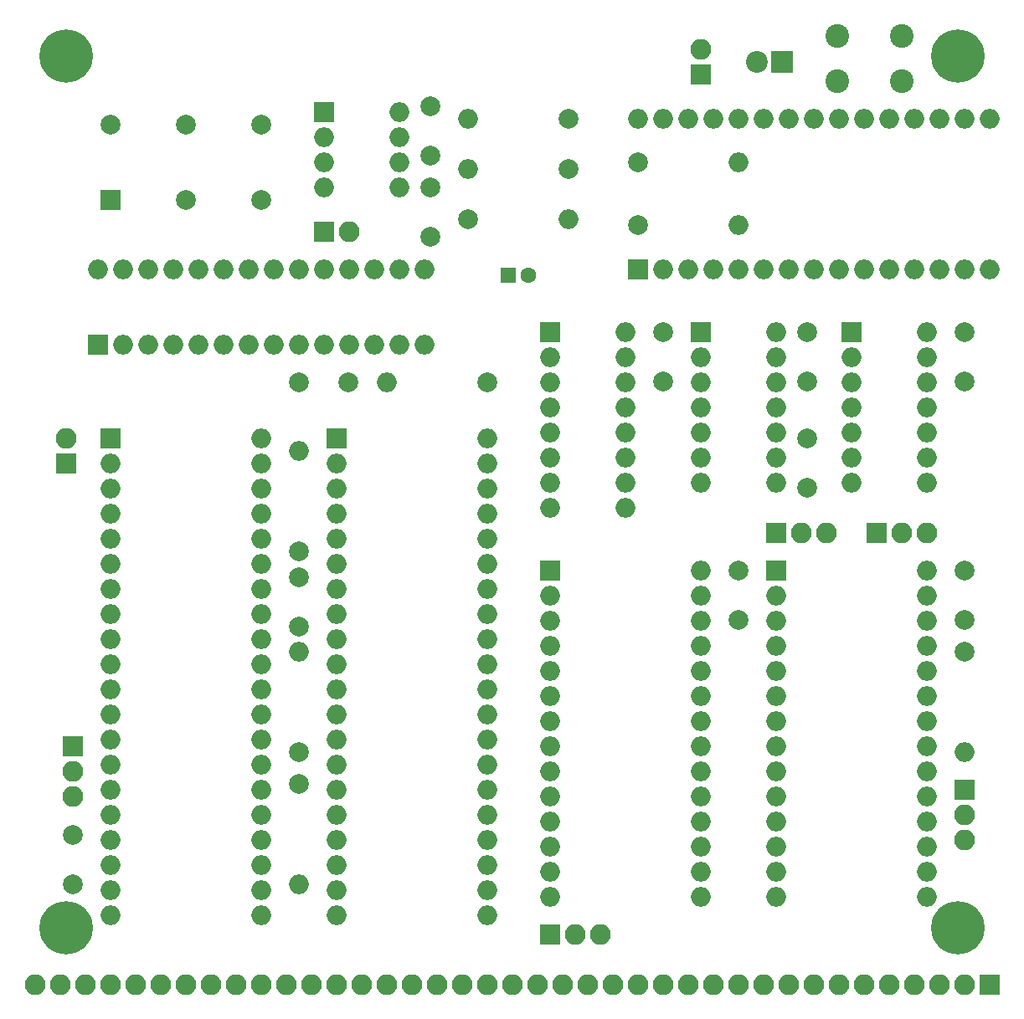
<source format=gts>
G04 #@! TF.FileFunction,Soldermask,Top*
%FSLAX46Y46*%
G04 Gerber Fmt 4.6, Leading zero omitted, Abs format (unit mm)*
G04 Created by KiCad (PCBNEW 4.0.7) date 06/23/19 20:07:49*
%MOMM*%
%LPD*%
G01*
G04 APERTURE LIST*
%ADD10C,0.100000*%
%ADD11R,2.000000X2.000000*%
%ADD12O,2.000000X2.000000*%
%ADD13C,2.000000*%
%ADD14R,2.100000X2.100000*%
%ADD15O,2.100000X2.100000*%
%ADD16C,2.400000*%
%ADD17R,1.600000X1.600000*%
%ADD18C,1.600000*%
%ADD19C,5.400000*%
%ADD20R,2.200000X2.200000*%
%ADD21C,2.200000*%
G04 APERTURE END LIST*
D10*
D11*
X147955000Y-82550000D03*
D12*
X163195000Y-130810000D03*
X147955000Y-85090000D03*
X163195000Y-128270000D03*
X147955000Y-87630000D03*
X163195000Y-125730000D03*
X147955000Y-90170000D03*
X163195000Y-123190000D03*
X147955000Y-92710000D03*
X163195000Y-120650000D03*
X147955000Y-95250000D03*
X163195000Y-118110000D03*
X147955000Y-97790000D03*
X163195000Y-115570000D03*
X147955000Y-100330000D03*
X163195000Y-113030000D03*
X147955000Y-102870000D03*
X163195000Y-110490000D03*
X147955000Y-105410000D03*
X163195000Y-107950000D03*
X147955000Y-107950000D03*
X163195000Y-105410000D03*
X147955000Y-110490000D03*
X163195000Y-102870000D03*
X147955000Y-113030000D03*
X163195000Y-100330000D03*
X147955000Y-115570000D03*
X163195000Y-97790000D03*
X147955000Y-118110000D03*
X163195000Y-95250000D03*
X147955000Y-120650000D03*
X163195000Y-92710000D03*
X147955000Y-123190000D03*
X163195000Y-90170000D03*
X147955000Y-125730000D03*
X163195000Y-87630000D03*
X147955000Y-128270000D03*
X163195000Y-85090000D03*
X147955000Y-130810000D03*
X163195000Y-82550000D03*
D13*
X144145000Y-101600000D03*
X144145000Y-96600000D03*
X188595000Y-95885000D03*
X188595000Y-100885000D03*
X211455000Y-95885000D03*
X211455000Y-100885000D03*
X211455000Y-71755000D03*
X211455000Y-76755000D03*
X157480000Y-57150000D03*
X157480000Y-62150000D03*
X195580000Y-71755000D03*
X195580000Y-76755000D03*
X121285000Y-127635000D03*
X121285000Y-122635000D03*
X144145000Y-76835000D03*
X149145000Y-76835000D03*
X157480000Y-48895000D03*
X157480000Y-53895000D03*
D11*
X178435000Y-65405000D03*
D12*
X211455000Y-50165000D03*
X180975000Y-65405000D03*
X208915000Y-50165000D03*
X183515000Y-65405000D03*
X206375000Y-50165000D03*
X186055000Y-65405000D03*
X203835000Y-50165000D03*
X188595000Y-65405000D03*
X201295000Y-50165000D03*
X191135000Y-65405000D03*
X198755000Y-50165000D03*
X193675000Y-65405000D03*
X196215000Y-50165000D03*
X196215000Y-65405000D03*
X193675000Y-50165000D03*
X198755000Y-65405000D03*
X191135000Y-50165000D03*
X201295000Y-65405000D03*
X188595000Y-50165000D03*
X203835000Y-65405000D03*
X186055000Y-50165000D03*
X206375000Y-65405000D03*
X183515000Y-50165000D03*
X208915000Y-65405000D03*
X180975000Y-50165000D03*
X211455000Y-65405000D03*
X178435000Y-50165000D03*
X213995000Y-65405000D03*
X213995000Y-50165000D03*
D14*
X213995000Y-137795000D03*
D15*
X211455000Y-137795000D03*
X208915000Y-137795000D03*
X206375000Y-137795000D03*
X203835000Y-137795000D03*
X201295000Y-137795000D03*
X198755000Y-137795000D03*
X196215000Y-137795000D03*
X193675000Y-137795000D03*
X191135000Y-137795000D03*
X188595000Y-137795000D03*
X186055000Y-137795000D03*
X183515000Y-137795000D03*
X180975000Y-137795000D03*
X178435000Y-137795000D03*
X175895000Y-137795000D03*
X173355000Y-137795000D03*
X170815000Y-137795000D03*
X168275000Y-137795000D03*
X165735000Y-137795000D03*
X163195000Y-137795000D03*
X160655000Y-137795000D03*
X158115000Y-137795000D03*
X155575000Y-137795000D03*
X153035000Y-137795000D03*
X150495000Y-137795000D03*
X147955000Y-137795000D03*
X145415000Y-137795000D03*
X142875000Y-137795000D03*
X140335000Y-137795000D03*
X137795000Y-137795000D03*
X135255000Y-137795000D03*
X132715000Y-137795000D03*
X130175000Y-137795000D03*
X127635000Y-137795000D03*
X125095000Y-137795000D03*
X122555000Y-137795000D03*
X120015000Y-137795000D03*
X117475000Y-137795000D03*
D13*
X211455000Y-104140000D03*
D12*
X211455000Y-114300000D03*
D13*
X171450000Y-50165000D03*
D12*
X161290000Y-50165000D03*
D13*
X171450000Y-55245000D03*
D12*
X161290000Y-55245000D03*
D13*
X161290000Y-60325000D03*
D12*
X171450000Y-60325000D03*
D13*
X178435000Y-54610000D03*
D12*
X188595000Y-54610000D03*
D13*
X144145000Y-117475000D03*
D12*
X144145000Y-127635000D03*
D13*
X144145000Y-114300000D03*
D12*
X144145000Y-104140000D03*
D13*
X144145000Y-93980000D03*
D12*
X144145000Y-83820000D03*
D13*
X178435000Y-60960000D03*
D12*
X188595000Y-60960000D03*
D16*
X205105000Y-41855000D03*
X205105000Y-46355000D03*
X198605000Y-41855000D03*
X198605000Y-46355000D03*
D11*
X169545000Y-95885000D03*
D12*
X184785000Y-128905000D03*
X169545000Y-98425000D03*
X184785000Y-126365000D03*
X169545000Y-100965000D03*
X184785000Y-123825000D03*
X169545000Y-103505000D03*
X184785000Y-121285000D03*
X169545000Y-106045000D03*
X184785000Y-118745000D03*
X169545000Y-108585000D03*
X184785000Y-116205000D03*
X169545000Y-111125000D03*
X184785000Y-113665000D03*
X169545000Y-113665000D03*
X184785000Y-111125000D03*
X169545000Y-116205000D03*
X184785000Y-108585000D03*
X169545000Y-118745000D03*
X184785000Y-106045000D03*
X169545000Y-121285000D03*
X184785000Y-103505000D03*
X169545000Y-123825000D03*
X184785000Y-100965000D03*
X169545000Y-126365000D03*
X184785000Y-98425000D03*
X169545000Y-128905000D03*
X184785000Y-95885000D03*
D11*
X200025000Y-71755000D03*
D12*
X207645000Y-86995000D03*
X200025000Y-74295000D03*
X207645000Y-84455000D03*
X200025000Y-76835000D03*
X207645000Y-81915000D03*
X200025000Y-79375000D03*
X207645000Y-79375000D03*
X200025000Y-81915000D03*
X207645000Y-76835000D03*
X200025000Y-84455000D03*
X207645000Y-74295000D03*
X200025000Y-86995000D03*
X207645000Y-71755000D03*
D11*
X184785000Y-71755000D03*
D12*
X192405000Y-86995000D03*
X184785000Y-74295000D03*
X192405000Y-84455000D03*
X184785000Y-76835000D03*
X192405000Y-81915000D03*
X184785000Y-79375000D03*
X192405000Y-79375000D03*
X184785000Y-81915000D03*
X192405000Y-76835000D03*
X184785000Y-84455000D03*
X192405000Y-74295000D03*
X184785000Y-86995000D03*
X192405000Y-71755000D03*
D11*
X125095000Y-82550000D03*
D12*
X140335000Y-130810000D03*
X125095000Y-85090000D03*
X140335000Y-128270000D03*
X125095000Y-87630000D03*
X140335000Y-125730000D03*
X125095000Y-90170000D03*
X140335000Y-123190000D03*
X125095000Y-92710000D03*
X140335000Y-120650000D03*
X125095000Y-95250000D03*
X140335000Y-118110000D03*
X125095000Y-97790000D03*
X140335000Y-115570000D03*
X125095000Y-100330000D03*
X140335000Y-113030000D03*
X125095000Y-102870000D03*
X140335000Y-110490000D03*
X125095000Y-105410000D03*
X140335000Y-107950000D03*
X125095000Y-107950000D03*
X140335000Y-105410000D03*
X125095000Y-110490000D03*
X140335000Y-102870000D03*
X125095000Y-113030000D03*
X140335000Y-100330000D03*
X125095000Y-115570000D03*
X140335000Y-97790000D03*
X125095000Y-118110000D03*
X140335000Y-95250000D03*
X125095000Y-120650000D03*
X140335000Y-92710000D03*
X125095000Y-123190000D03*
X140335000Y-90170000D03*
X125095000Y-125730000D03*
X140335000Y-87630000D03*
X125095000Y-128270000D03*
X140335000Y-85090000D03*
X125095000Y-130810000D03*
X140335000Y-82550000D03*
D11*
X123825000Y-73025000D03*
D12*
X156845000Y-65405000D03*
X126365000Y-73025000D03*
X154305000Y-65405000D03*
X128905000Y-73025000D03*
X151765000Y-65405000D03*
X131445000Y-73025000D03*
X149225000Y-65405000D03*
X133985000Y-73025000D03*
X146685000Y-65405000D03*
X136525000Y-73025000D03*
X144145000Y-65405000D03*
X139065000Y-73025000D03*
X141605000Y-65405000D03*
X141605000Y-73025000D03*
X139065000Y-65405000D03*
X144145000Y-73025000D03*
X136525000Y-65405000D03*
X146685000Y-73025000D03*
X133985000Y-65405000D03*
X149225000Y-73025000D03*
X131445000Y-65405000D03*
X151765000Y-73025000D03*
X128905000Y-65405000D03*
X154305000Y-73025000D03*
X126365000Y-65405000D03*
X156845000Y-73025000D03*
X123825000Y-65405000D03*
D11*
X169545000Y-71755000D03*
D12*
X177165000Y-89535000D03*
X169545000Y-74295000D03*
X177165000Y-86995000D03*
X169545000Y-76835000D03*
X177165000Y-84455000D03*
X169545000Y-79375000D03*
X177165000Y-81915000D03*
X169545000Y-81915000D03*
X177165000Y-79375000D03*
X169545000Y-84455000D03*
X177165000Y-76835000D03*
X169545000Y-86995000D03*
X177165000Y-74295000D03*
X169545000Y-89535000D03*
X177165000Y-71755000D03*
D11*
X192405000Y-95885000D03*
D12*
X207645000Y-128905000D03*
X192405000Y-98425000D03*
X207645000Y-126365000D03*
X192405000Y-100965000D03*
X207645000Y-123825000D03*
X192405000Y-103505000D03*
X207645000Y-121285000D03*
X192405000Y-106045000D03*
X207645000Y-118745000D03*
X192405000Y-108585000D03*
X207645000Y-116205000D03*
X192405000Y-111125000D03*
X207645000Y-113665000D03*
X192405000Y-113665000D03*
X207645000Y-111125000D03*
X192405000Y-116205000D03*
X207645000Y-108585000D03*
X192405000Y-118745000D03*
X207645000Y-106045000D03*
X192405000Y-121285000D03*
X207645000Y-103505000D03*
X192405000Y-123825000D03*
X207645000Y-100965000D03*
X192405000Y-126365000D03*
X207645000Y-98425000D03*
X192405000Y-128905000D03*
X207645000Y-95885000D03*
D11*
X146685000Y-49530000D03*
D12*
X154305000Y-57150000D03*
X146685000Y-52070000D03*
X154305000Y-54610000D03*
X146685000Y-54610000D03*
X154305000Y-52070000D03*
X146685000Y-57150000D03*
X154305000Y-49530000D03*
D13*
X180975000Y-71755000D03*
X180975000Y-76755000D03*
D17*
X165354000Y-66040000D03*
D18*
X167354000Y-66040000D03*
D13*
X195580000Y-82550000D03*
X195580000Y-87550000D03*
D19*
X210820000Y-132080000D03*
X120650000Y-132080000D03*
X210820000Y-43815000D03*
X120650000Y-43815000D03*
D14*
X120650000Y-85090000D03*
D15*
X120650000Y-82550000D03*
D20*
X193040000Y-44450000D03*
D21*
X190500000Y-44450000D03*
D14*
X184785000Y-45720000D03*
D15*
X184785000Y-43180000D03*
D14*
X192405000Y-92075000D03*
D15*
X194945000Y-92075000D03*
X197485000Y-92075000D03*
D14*
X202565000Y-92075000D03*
D15*
X205105000Y-92075000D03*
X207645000Y-92075000D03*
D13*
X163195000Y-76835000D03*
D12*
X153035000Y-76835000D03*
D13*
X132715000Y-58420000D03*
X132715000Y-50800000D03*
D11*
X125095000Y-58420000D03*
D13*
X125095000Y-50800000D03*
X140335000Y-50800000D03*
X140335000Y-58420000D03*
D14*
X211455000Y-118110000D03*
D15*
X211455000Y-120650000D03*
X211455000Y-123190000D03*
D14*
X169545000Y-132715000D03*
D15*
X172085000Y-132715000D03*
X174625000Y-132715000D03*
D14*
X121285000Y-113665000D03*
D15*
X121285000Y-116205000D03*
X121285000Y-118745000D03*
D14*
X146685000Y-61595000D03*
D15*
X149225000Y-61595000D03*
M02*

</source>
